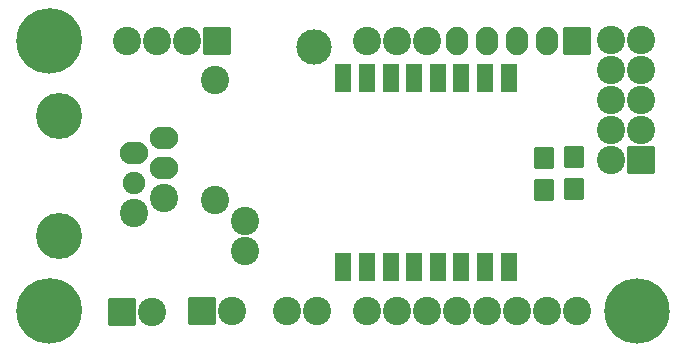
<source format=gbr>
%TF.GenerationSoftware,KiCad,Pcbnew,6.0.2+dfsg-1*%
%TF.CreationDate,2022-10-03T17:06:02+02:00*%
%TF.ProjectId,smartyreader_ng_lora,736d6172-7479-4726-9561-6465725f6e67,rev?*%
%TF.SameCoordinates,Original*%
%TF.FileFunction,Soldermask,Bot*%
%TF.FilePolarity,Negative*%
%FSLAX46Y46*%
G04 Gerber Fmt 4.6, Leading zero omitted, Abs format (unit mm)*
G04 Created by KiCad (PCBNEW 6.0.2+dfsg-1) date 2022-10-03 17:06:02*
%MOMM*%
%LPD*%
G01*
G04 APERTURE LIST*
G04 Aperture macros list*
%AMRoundRect*
0 Rectangle with rounded corners*
0 $1 Rounding radius*
0 $2 $3 $4 $5 $6 $7 $8 $9 X,Y pos of 4 corners*
0 Add a 4 corners polygon primitive as box body*
4,1,4,$2,$3,$4,$5,$6,$7,$8,$9,$2,$3,0*
0 Add four circle primitives for the rounded corners*
1,1,$1+$1,$2,$3*
1,1,$1+$1,$4,$5*
1,1,$1+$1,$6,$7*
1,1,$1+$1,$8,$9*
0 Add four rect primitives between the rounded corners*
20,1,$1+$1,$2,$3,$4,$5,0*
20,1,$1+$1,$4,$5,$6,$7,0*
20,1,$1+$1,$6,$7,$8,$9,0*
20,1,$1+$1,$8,$9,$2,$3,0*%
G04 Aperture macros list end*
%ADD10C,2.398980*%
%ADD11O,1.900000X2.398980*%
%ADD12RoundRect,0.200000X0.999490X0.999490X-0.999490X0.999490X-0.999490X-0.999490X0.999490X-0.999490X0*%
%ADD13C,5.400000*%
%ADD14O,2.400000X1.900000*%
%ADD15C,1.900000*%
%ADD16C,2.400000*%
%ADD17C,3.900000*%
%ADD18RoundRect,0.200000X-0.999490X-0.999490X0.999490X-0.999490X0.999490X0.999490X-0.999490X0.999490X0*%
%ADD19C,3.000000*%
%ADD20C,5.528260*%
%ADD21RoundRect,0.200000X0.500000X-1.000000X0.500000X1.000000X-0.500000X1.000000X-0.500000X-1.000000X0*%
%ADD22RoundRect,0.200000X-0.650000X0.750000X-0.650000X-0.750000X0.650000X-0.750000X0.650000X0.750000X0*%
G04 APERTURE END LIST*
D10*
%TO.C,W1*%
X148590000Y-130810000D03*
X146050000Y-130810000D03*
X143510000Y-130810000D03*
X140970000Y-130810000D03*
X138430000Y-130810000D03*
X135890000Y-130810000D03*
X133350000Y-130810000D03*
X130810000Y-130810000D03*
X130810000Y-107950000D03*
X133350000Y-107950000D03*
X135890000Y-107950000D03*
D11*
X138430000Y-107950000D03*
X140970000Y-107950000D03*
X143510000Y-107950000D03*
X146050000Y-107950000D03*
D12*
X148590000Y-107950000D03*
%TD*%
%TO.C,J3*%
X153987500Y-118017500D03*
D10*
X151447500Y-118017500D03*
X153987500Y-115477500D03*
X151447500Y-115477500D03*
X153987500Y-112937500D03*
X151447500Y-112937500D03*
X153987500Y-110397500D03*
X151447500Y-110397500D03*
X153987500Y-107857500D03*
X151447500Y-107857500D03*
D13*
X103987500Y-107857500D03*
X103987500Y-130717500D03*
%TD*%
D10*
%TO.C,C1*%
X120523000Y-123190000D03*
X120523000Y-125730000D03*
%TD*%
D14*
%TO.C,J1*%
X113665000Y-116205000D03*
X111125000Y-117475000D03*
X113665000Y-118745000D03*
D15*
X111125000Y-120015000D03*
D16*
X113665000Y-121285000D03*
X111125000Y-122555000D03*
D17*
X104775000Y-114300000D03*
X104775000Y-124460000D03*
%TD*%
D12*
%TO.C,J2*%
X118110000Y-107950000D03*
D10*
X115570000Y-107950000D03*
X113030000Y-107950000D03*
X110490000Y-107950000D03*
%TD*%
D18*
%TO.C,J5*%
X116840000Y-130810000D03*
D10*
X119380000Y-130810000D03*
%TD*%
%TO.C,R4*%
X117983000Y-111252000D03*
X117983000Y-121412000D03*
%TD*%
%TO.C,C3*%
X124079000Y-130810000D03*
X126619000Y-130810000D03*
%TD*%
D19*
%TO.C,J7*%
X126365000Y-108458000D03*
%TD*%
D18*
%TO.C,C2*%
X110109000Y-130937000D03*
D10*
X112649000Y-130937000D03*
%TD*%
D20*
%TO.C,H1*%
X103886000Y-107950000D03*
%TD*%
%TO.C,H2*%
X153670000Y-130810000D03*
%TD*%
%TO.C,H3*%
X103886000Y-130810000D03*
%TD*%
D21*
%TO.C,U1*%
X142810000Y-127126000D03*
X140810000Y-127126000D03*
X138810000Y-127126000D03*
X136810000Y-127126000D03*
X134810000Y-127126000D03*
X132810000Y-127126000D03*
X130810000Y-127126000D03*
X128810000Y-127126000D03*
X128810000Y-111126000D03*
X130810000Y-111126000D03*
X132810000Y-111126000D03*
X134810000Y-111126000D03*
X136810000Y-111126000D03*
X138810000Y-111126000D03*
X140810000Y-111126000D03*
X142810000Y-111126000D03*
%TD*%
D22*
%TO.C,D1*%
X145796000Y-117856000D03*
X145796000Y-120556000D03*
%TD*%
%TO.C,D2*%
X148336000Y-117776000D03*
X148336000Y-120476000D03*
%TD*%
M02*

</source>
